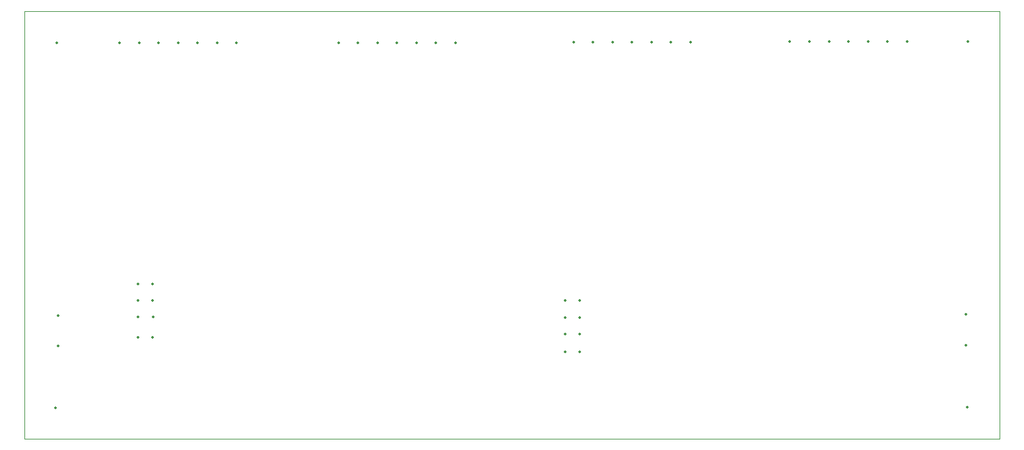
<source format=gko>
%TF.GenerationSoftware,KiCad,Pcbnew,8.0.4*%
%TF.CreationDate,2024-09-13T16:34:39+09:00*%
%TF.ProjectId,LTC6811_ESP32_Slaves_V5,4c544336-3831-4315-9f45-535033325f53,rev?*%
%TF.SameCoordinates,Original*%
%TF.FileFunction,Profile,NP*%
%FSLAX46Y46*%
G04 Gerber Fmt 4.6, Leading zero omitted, Abs format (unit mm)*
G04 Created by KiCad (PCBNEW 8.0.4) date 2024-09-13 16:34:39*
%MOMM*%
%LPD*%
G01*
G04 APERTURE LIST*
%TA.AperFunction,Profile*%
%ADD10C,0.050000*%
%TD*%
%ADD11C,0.350000*%
G04 APERTURE END LIST*
D10*
X235000000Y-115000000D02*
X360000000Y-115000000D01*
X360000000Y-170000000D01*
X235000000Y-170000000D01*
X235000000Y-115000000D01*
D11*
X355750000Y-153950572D03*
X355750000Y-157910572D03*
X304295000Y-154400000D03*
X306195000Y-154400000D03*
X247200000Y-119041928D03*
X249700000Y-119041928D03*
X252200000Y-119041928D03*
X254700000Y-119041928D03*
X257200000Y-119041928D03*
X259700000Y-119041928D03*
X262200000Y-119041928D03*
X275250000Y-119041928D03*
X277750000Y-119041928D03*
X280250000Y-119041928D03*
X282750000Y-119041928D03*
X285250000Y-119041928D03*
X287750000Y-119041928D03*
X290250000Y-119041928D03*
X356000000Y-118908072D03*
X304295000Y-152200000D03*
X306195000Y-152200000D03*
X304300000Y-158800000D03*
X306200000Y-158800000D03*
X305400000Y-118958072D03*
X307900000Y-118958072D03*
X310400000Y-118958072D03*
X312900000Y-118958072D03*
X315400000Y-118958072D03*
X317900000Y-118958072D03*
X320400000Y-118958072D03*
X355900000Y-165908072D03*
X239000000Y-166000000D03*
X239300000Y-158057500D03*
X239300000Y-154097500D03*
X304300000Y-156500000D03*
X306200000Y-156500000D03*
X239150000Y-119050000D03*
X249545000Y-150100000D03*
X251445000Y-150100000D03*
X333150000Y-118925000D03*
X335650000Y-118925000D03*
X338150000Y-118925000D03*
X340650000Y-118925000D03*
X343150000Y-118925000D03*
X345650000Y-118925000D03*
X348150000Y-118925000D03*
X249545000Y-156900000D03*
X251445000Y-156900000D03*
X249550000Y-154300000D03*
X251450000Y-154300000D03*
X249545000Y-152200000D03*
X251445000Y-152200000D03*
M02*

</source>
